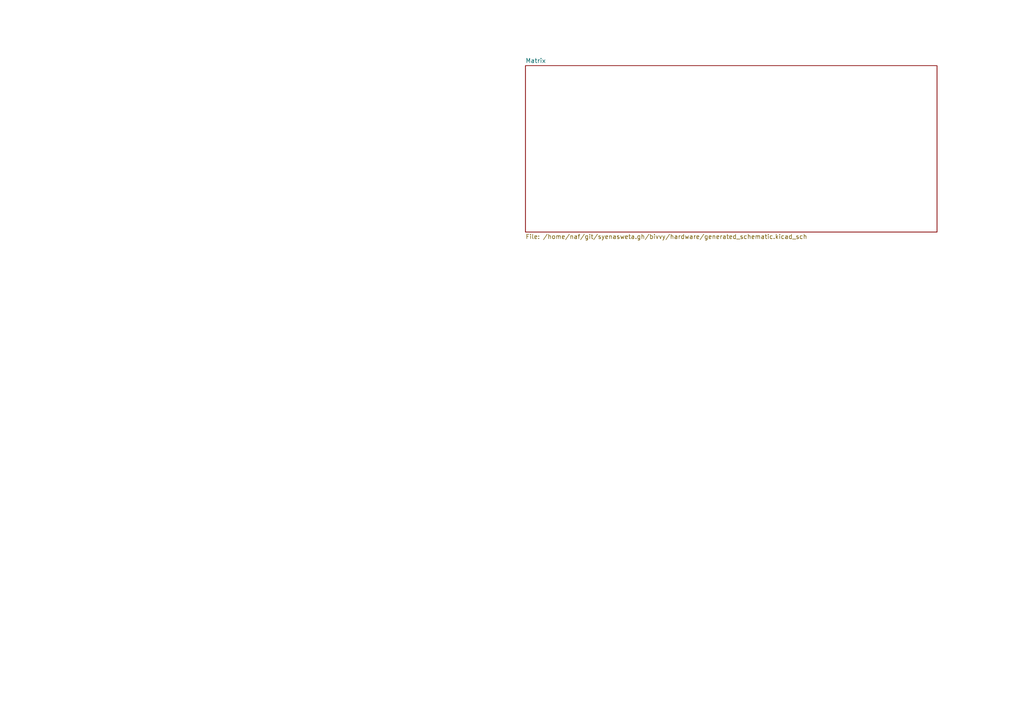
<source format=kicad_sch>
(kicad_sch
	(version 20250114)
	(generator "eeschema")
	(generator_version "9.0")
	(uuid "3766dcdb-2604-42ee-a909-e70a4b3e5f0c")
	(paper "A4")
	(title_block
		(title "Bivvy")
		(date "2025-09-05")
		(rev "0.1")
		(company "Syenasweta")
	)
	(lib_symbols)
	(sheet
		(at 152.4 19.05)
		(size 119.38 48.26)
		(exclude_from_sim no)
		(in_bom yes)
		(on_board yes)
		(dnp no)
		(fields_autoplaced yes)
		(stroke
			(width 0.1524)
			(type solid)
		)
		(fill
			(color 0 0 0 0.0000)
		)
		(uuid "5aa41abf-79d0-4c53-a82f-c983d896b441")
		(property "Sheetname" "Matrix"
			(at 152.4 18.3384 0)
			(effects
				(font
					(size 1.27 1.27)
				)
				(justify left bottom)
			)
		)
		(property "Sheetfile" "/home/naf/git/syenasweta.gh/bivvy/hardware/generated_schematic.kicad_sch"
			(at 152.4 67.8946 0)
			(effects
				(font
					(size 1.27 1.27)
				)
				(justify left top)
			)
		)
		(instances
			(project "bivvy"
				(path "/3766dcdb-2604-42ee-a909-e70a4b3e5f0c"
					(page "2")
				)
			)
		)
	)
	(sheet_instances
		(path "/"
			(page "1")
		)
	)
	(embedded_fonts no)
)

</source>
